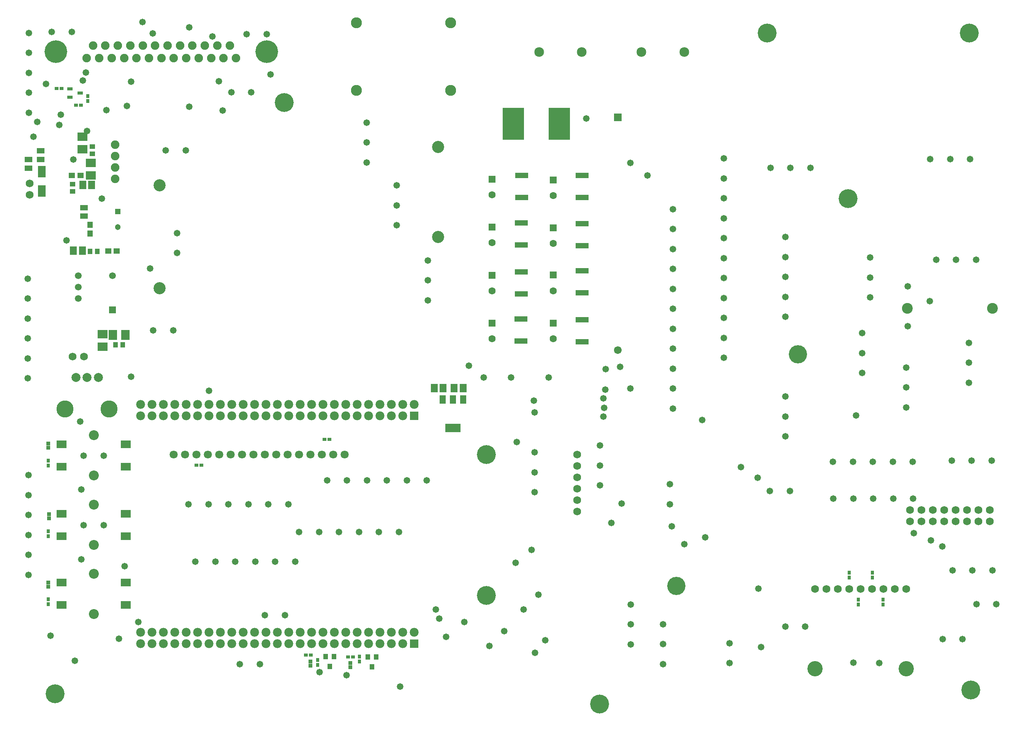
<source format=gts>
G04*
G04 #@! TF.GenerationSoftware,Altium Limited,Altium Designer,20.2.4 (192)*
G04*
G04 Layer_Color=8388736*
%FSLAX24Y24*%
%MOIN*%
G70*
G04*
G04 #@! TF.SameCoordinates,88804F16-18CD-4051-863E-DBC97BB31399*
G04*
G04*
G04 #@! TF.FilePolarity,Negative*
G04*
G01*
G75*
%ADD38R,0.0710X0.1045*%
%ADD39R,0.0651X0.0474*%
%ADD40R,0.0395X0.0474*%
%ADD41R,0.0332X0.0336*%
%ADD42R,0.0891X0.0718*%
%ADD43R,0.0316X0.0356*%
%ADD44R,0.0434X0.0474*%
%ADD45R,0.0718X0.0891*%
%ADD46R,0.0647X0.0734*%
%ADD47R,0.0552X0.0493*%
%ADD48R,0.0493X0.0552*%
%ADD49R,0.0356X0.0316*%
%ADD50R,0.0474X0.0316*%
%ADD51R,0.0415X0.0513*%
%ADD52R,0.0474X0.0434*%
%ADD53R,0.0474X0.0395*%
%ADD54R,0.0867X0.0671*%
%ADD55R,0.1340X0.0769*%
%ADD56R,0.0552X0.0769*%
%ADD57R,0.1143X0.0493*%
%ADD58R,0.1852X0.2836*%
%ADD59C,0.1600*%
%ADD60C,0.0690*%
%ADD61C,0.0946*%
%ADD62R,0.0592X0.0592*%
%ADD63C,0.0631*%
%ADD64R,0.0592X0.0592*%
%ADD65C,0.0592*%
%ADD66C,0.0710*%
%ADD67C,0.1340*%
%ADD68C,0.0848*%
%ADD69C,0.1655*%
%ADD70C,0.0749*%
%ADD71C,0.1987*%
%ADD72C,0.0966*%
%ADD73R,0.0780X0.0780*%
%ADD74C,0.0780*%
%ADD75R,0.0513X0.0513*%
%ADD76C,0.0513*%
%ADD77C,0.0789*%
%ADD78C,0.1497*%
%ADD79C,0.0867*%
%ADD80R,0.0676X0.0676*%
%ADD81C,0.0676*%
%ADD82C,0.1064*%
%ADD83C,0.0580*%
D38*
X1761Y48847D02*
D03*
Y47154D02*
D03*
D39*
X579Y49154D02*
D03*
Y49902D02*
D03*
X1654Y49921D02*
D03*
Y50669D02*
D03*
X5443Y45679D02*
D03*
Y44931D02*
D03*
D40*
X5996Y41855D02*
D03*
X6626D02*
D03*
D41*
X25321Y5486D02*
D03*
Y5850D02*
D03*
X28821Y5340D02*
D03*
Y5704D02*
D03*
X2321Y24964D02*
D03*
Y24600D02*
D03*
X2371Y18764D02*
D03*
Y18400D02*
D03*
X2321Y12764D02*
D03*
Y12400D02*
D03*
D42*
X7078Y33484D02*
D03*
Y34586D02*
D03*
X5331Y51902D02*
D03*
Y50800D02*
D03*
X6035Y48500D02*
D03*
Y49602D02*
D03*
D43*
X73386Y10846D02*
D03*
Y11280D02*
D03*
X72598Y13209D02*
D03*
Y13642D02*
D03*
X74606D02*
D03*
Y13209D02*
D03*
X75551Y10846D02*
D03*
Y11280D02*
D03*
X25945Y5967D02*
D03*
Y5533D02*
D03*
X5771Y55033D02*
D03*
Y55467D02*
D03*
X2321Y23033D02*
D03*
Y23467D02*
D03*
Y16833D02*
D03*
Y17267D02*
D03*
Y10883D02*
D03*
Y11317D02*
D03*
X29621Y6267D02*
D03*
Y5833D02*
D03*
D44*
X8209Y33647D02*
D03*
X8839D02*
D03*
D45*
X9085Y34498D02*
D03*
X7982D02*
D03*
D46*
X4528Y41919D02*
D03*
X5307D02*
D03*
X6114Y47674D02*
D03*
X5335D02*
D03*
X36951Y29850D02*
D03*
X36171D02*
D03*
X37921D02*
D03*
X38701D02*
D03*
D47*
X7579Y41890D02*
D03*
X8327D02*
D03*
X4387Y48515D02*
D03*
X5135D02*
D03*
D48*
X5974Y44163D02*
D03*
Y43415D02*
D03*
D49*
X3488Y56150D02*
D03*
X3055D02*
D03*
X25338Y6406D02*
D03*
X24905D02*
D03*
X15738Y23069D02*
D03*
X15305D02*
D03*
X29038Y6250D02*
D03*
X28605D02*
D03*
X26988Y25350D02*
D03*
X26555D02*
D03*
X4755Y54688D02*
D03*
X5188D02*
D03*
D50*
X5121Y55750D02*
D03*
X4216Y56124D02*
D03*
Y55376D02*
D03*
D51*
X27393Y6283D02*
D03*
X26645D02*
D03*
X27019Y5417D02*
D03*
X30721Y5367D02*
D03*
X30347Y6233D02*
D03*
X31095D02*
D03*
D52*
X6181Y51030D02*
D03*
Y50400D02*
D03*
D53*
X4435Y47120D02*
D03*
Y47750D02*
D03*
D54*
X9121Y22950D02*
D03*
X3491D02*
D03*
X9121Y24918D02*
D03*
X3491D02*
D03*
X9121Y16850D02*
D03*
X3491D02*
D03*
X9121Y18819D02*
D03*
X3491D02*
D03*
X9121Y10800D02*
D03*
X3491D02*
D03*
X9121Y12768D02*
D03*
X3491D02*
D03*
D55*
X37821Y26350D02*
D03*
D56*
X36916Y28830D02*
D03*
X37821D02*
D03*
X38727D02*
D03*
D57*
X43859Y48515D02*
D03*
Y46586D02*
D03*
X49160Y48511D02*
D03*
Y46582D02*
D03*
X43809Y44332D02*
D03*
Y42402D02*
D03*
X49160Y44266D02*
D03*
Y42336D02*
D03*
X43809Y40037D02*
D03*
Y38108D02*
D03*
X49160Y40148D02*
D03*
Y38219D02*
D03*
X43798Y35923D02*
D03*
Y33994D02*
D03*
X49160Y35855D02*
D03*
Y33926D02*
D03*
D58*
X47146Y53051D02*
D03*
X43130D02*
D03*
D59*
X57425Y12479D02*
D03*
X68095Y32799D02*
D03*
D60*
X669Y47811D02*
D03*
Y46811D02*
D03*
X82929Y18134D02*
D03*
Y19134D02*
D03*
X83929Y18134D02*
D03*
Y19134D02*
D03*
X84929Y18134D02*
D03*
Y19134D02*
D03*
X81929Y18134D02*
D03*
Y19134D02*
D03*
X79929D02*
D03*
Y18134D02*
D03*
X78929Y19134D02*
D03*
Y18134D02*
D03*
X77929Y19134D02*
D03*
Y18134D02*
D03*
X80929Y19134D02*
D03*
Y18134D02*
D03*
X48721Y24000D02*
D03*
Y23000D02*
D03*
Y22000D02*
D03*
Y21000D02*
D03*
Y20000D02*
D03*
Y19000D02*
D03*
X69588Y12200D02*
D03*
X70588D02*
D03*
X71588D02*
D03*
X72588D02*
D03*
X73588D02*
D03*
X74588D02*
D03*
X75588D02*
D03*
X76588D02*
D03*
X77588D02*
D03*
X5459Y32618D02*
D03*
X4459D02*
D03*
D61*
X85165Y36850D02*
D03*
X77693D02*
D03*
D62*
X41248Y35544D02*
D03*
X46621Y35555D02*
D03*
X41259Y39758D02*
D03*
X46621Y39769D02*
D03*
X41259Y43982D02*
D03*
X46621Y43914D02*
D03*
X41259Y48186D02*
D03*
X46621Y48119D02*
D03*
D63*
X41248Y34166D02*
D03*
X46621Y34177D02*
D03*
X41259Y38380D02*
D03*
X46621Y38391D02*
D03*
X41259Y42604D02*
D03*
X46621Y42536D02*
D03*
X41259Y46808D02*
D03*
X46621Y46741D02*
D03*
D64*
X7943Y36715D02*
D03*
D65*
Y39715D02*
D03*
X4943D02*
D03*
Y38715D02*
D03*
Y37715D02*
D03*
D66*
X28321Y24019D02*
D03*
X27321D02*
D03*
X26321D02*
D03*
X25321D02*
D03*
X24321D02*
D03*
X23321D02*
D03*
X22321D02*
D03*
X21321D02*
D03*
X20321D02*
D03*
X19321D02*
D03*
X18321D02*
D03*
X17321D02*
D03*
X16321D02*
D03*
X15321D02*
D03*
X14321D02*
D03*
X13321D02*
D03*
D67*
X69588Y5200D02*
D03*
X77588D02*
D03*
D68*
X49121Y59350D02*
D03*
X45373D02*
D03*
X58111D02*
D03*
X54363D02*
D03*
D69*
X72491Y46467D02*
D03*
X83121Y61000D02*
D03*
X65371D02*
D03*
X83257Y3351D02*
D03*
X23021Y54900D02*
D03*
X50671Y2100D02*
D03*
X40762Y24019D02*
D03*
Y11656D02*
D03*
X2921Y3000D02*
D03*
D70*
X18781Y58803D02*
D03*
X17691D02*
D03*
X16600D02*
D03*
X15510D02*
D03*
X14419D02*
D03*
X13329D02*
D03*
X12238D02*
D03*
X11148D02*
D03*
X10057D02*
D03*
X8967D02*
D03*
X7876D02*
D03*
X6785D02*
D03*
X5695D02*
D03*
X18236Y59921D02*
D03*
X17146D02*
D03*
X16055D02*
D03*
X14965D02*
D03*
X13874D02*
D03*
X12783D02*
D03*
X11693D02*
D03*
X10602D02*
D03*
X9512D02*
D03*
X8421D02*
D03*
X7331D02*
D03*
X6240D02*
D03*
X8185Y51200D02*
D03*
Y50200D02*
D03*
Y49200D02*
D03*
Y48200D02*
D03*
D71*
X21498Y59362D02*
D03*
X2978D02*
D03*
D72*
X29354Y55994D02*
D03*
Y61900D02*
D03*
X37621D02*
D03*
Y55994D02*
D03*
D73*
X34421Y27400D02*
D03*
Y7400D02*
D03*
D74*
Y28400D02*
D03*
X33421Y27400D02*
D03*
Y28400D02*
D03*
X32421Y27400D02*
D03*
Y28400D02*
D03*
X31421Y27400D02*
D03*
Y28400D02*
D03*
X30421Y27400D02*
D03*
Y28400D02*
D03*
X29421Y27400D02*
D03*
Y28400D02*
D03*
X28421Y27400D02*
D03*
Y28400D02*
D03*
X27421Y27400D02*
D03*
Y28400D02*
D03*
X26421Y27400D02*
D03*
Y28400D02*
D03*
X25421Y27400D02*
D03*
Y28400D02*
D03*
X24421Y27400D02*
D03*
Y28400D02*
D03*
X23421Y27400D02*
D03*
Y28400D02*
D03*
X22421Y27400D02*
D03*
Y28400D02*
D03*
X21421Y27400D02*
D03*
Y28400D02*
D03*
X20421Y27400D02*
D03*
Y28400D02*
D03*
X19421Y27400D02*
D03*
Y28400D02*
D03*
X18421Y27400D02*
D03*
Y28400D02*
D03*
X17421Y27400D02*
D03*
Y28400D02*
D03*
X16421Y27400D02*
D03*
Y28400D02*
D03*
X15421Y27400D02*
D03*
Y28400D02*
D03*
X14421Y27400D02*
D03*
Y28400D02*
D03*
X13421Y27400D02*
D03*
Y28400D02*
D03*
X12421Y27400D02*
D03*
Y28400D02*
D03*
X11421Y27400D02*
D03*
Y28400D02*
D03*
X10421Y27400D02*
D03*
Y28400D02*
D03*
Y8400D02*
D03*
Y7400D02*
D03*
X11421Y8400D02*
D03*
Y7400D02*
D03*
X12421Y8400D02*
D03*
Y7400D02*
D03*
X13421Y8400D02*
D03*
Y7400D02*
D03*
X14421Y8400D02*
D03*
Y7400D02*
D03*
X15421Y8400D02*
D03*
Y7400D02*
D03*
X16421Y8400D02*
D03*
Y7400D02*
D03*
X17421Y8400D02*
D03*
Y7400D02*
D03*
X18421Y8400D02*
D03*
Y7400D02*
D03*
X19421Y8400D02*
D03*
Y7400D02*
D03*
X20421Y8400D02*
D03*
Y7400D02*
D03*
X21421Y8400D02*
D03*
Y7400D02*
D03*
X22421Y8400D02*
D03*
Y7400D02*
D03*
X23421Y8400D02*
D03*
Y7400D02*
D03*
X24421Y8400D02*
D03*
Y7400D02*
D03*
X25421Y8400D02*
D03*
Y7400D02*
D03*
X26421Y8400D02*
D03*
Y7400D02*
D03*
X27421Y8400D02*
D03*
Y7400D02*
D03*
X28421Y8400D02*
D03*
Y7400D02*
D03*
X29421Y8400D02*
D03*
Y7400D02*
D03*
X30421Y8400D02*
D03*
Y7400D02*
D03*
X31421Y8400D02*
D03*
Y7400D02*
D03*
X32421Y8400D02*
D03*
Y7400D02*
D03*
X33421Y8400D02*
D03*
Y7400D02*
D03*
X34421Y8400D02*
D03*
D75*
X8418Y45354D02*
D03*
D76*
Y43976D02*
D03*
D77*
X6706Y30767D02*
D03*
X5721D02*
D03*
X4737D02*
D03*
D78*
X7650Y28011D02*
D03*
X3792D02*
D03*
D79*
X6306Y25706D02*
D03*
Y22163D02*
D03*
Y19606D02*
D03*
Y16063D02*
D03*
Y13556D02*
D03*
Y10013D02*
D03*
D80*
X52283Y53606D02*
D03*
D81*
Y33189D02*
D03*
D82*
X36516Y43122D02*
D03*
Y50996D02*
D03*
X12071Y47650D02*
D03*
Y38595D02*
D03*
D83*
X69173Y49173D02*
D03*
X67423D02*
D03*
X65673D02*
D03*
X80201Y41102D02*
D03*
X81951D02*
D03*
X83701D02*
D03*
X74409Y41295D02*
D03*
Y39545D02*
D03*
Y37795D02*
D03*
X83071Y33815D02*
D03*
Y32065D02*
D03*
Y30315D02*
D03*
X77598Y31650D02*
D03*
Y29900D02*
D03*
Y28150D02*
D03*
X77717Y38776D02*
D03*
X79646Y37480D02*
D03*
X77717Y35276D02*
D03*
X79689Y49961D02*
D03*
X81439D02*
D03*
X83189D02*
D03*
X32874Y44134D02*
D03*
Y45884D02*
D03*
Y47634D02*
D03*
X30236Y49646D02*
D03*
Y51396D02*
D03*
Y53146D02*
D03*
X35630Y37559D02*
D03*
Y39309D02*
D03*
Y41059D02*
D03*
X630Y61024D02*
D03*
Y59274D02*
D03*
Y57524D02*
D03*
Y55774D02*
D03*
Y54024D02*
D03*
X512Y39449D02*
D03*
Y37699D02*
D03*
Y35949D02*
D03*
Y34199D02*
D03*
Y30699D02*
D03*
Y32449D02*
D03*
X591Y22205D02*
D03*
Y20455D02*
D03*
Y18705D02*
D03*
Y16955D02*
D03*
Y13455D02*
D03*
Y15205D02*
D03*
X2520Y8110D02*
D03*
X4646Y5906D02*
D03*
X17283Y56772D02*
D03*
X21811Y57362D02*
D03*
X14685Y61496D02*
D03*
X9567Y56732D02*
D03*
X14685Y54528D02*
D03*
X10591Y61968D02*
D03*
X5630Y57559D02*
D03*
X5354Y56850D02*
D03*
X83746Y10866D02*
D03*
X85496D02*
D03*
X81642Y13848D02*
D03*
X83392D02*
D03*
X85142D02*
D03*
X78189Y20148D02*
D03*
X71189D02*
D03*
X72939D02*
D03*
X74689D02*
D03*
X76439D02*
D03*
X78150Y23386D02*
D03*
X71150D02*
D03*
X72900D02*
D03*
X74650D02*
D03*
X76400D02*
D03*
X81573Y23484D02*
D03*
X83323D02*
D03*
X85073D02*
D03*
X73189Y27441D02*
D03*
X79744Y16467D02*
D03*
X80748Y15945D02*
D03*
X78248Y17112D02*
D03*
X52470Y31722D02*
D03*
X51211Y31516D02*
D03*
X51179Y29700D02*
D03*
X65621Y20800D02*
D03*
X64557Y21988D02*
D03*
X63091Y22913D02*
D03*
X67371Y20800D02*
D03*
X59675Y27028D02*
D03*
X53386Y29813D02*
D03*
X46221Y30767D02*
D03*
X39221Y31800D02*
D03*
X42921Y30767D02*
D03*
X40521D02*
D03*
X9596Y30846D02*
D03*
X44729Y15642D02*
D03*
X43321Y14500D02*
D03*
X38821Y9300D02*
D03*
X54871Y48500D02*
D03*
X53371Y49600D02*
D03*
X56845Y19650D02*
D03*
Y21400D02*
D03*
X57021Y17700D02*
D03*
X42321Y8500D02*
D03*
X41021Y7200D02*
D03*
X80771Y7800D02*
D03*
X82521D02*
D03*
X66971Y8900D02*
D03*
X68721D02*
D03*
X75221Y5700D02*
D03*
X72953Y5748D02*
D03*
X37221Y8000D02*
D03*
X23071Y9900D02*
D03*
X21321D02*
D03*
X20871Y5600D02*
D03*
X19121D02*
D03*
X10221Y9300D02*
D03*
X9021Y14200D02*
D03*
X11250Y40344D02*
D03*
X3921Y42800D02*
D03*
X4521Y49900D02*
D03*
X5721Y52400D02*
D03*
X11496Y60984D02*
D03*
X16721Y60700D02*
D03*
X13621Y41700D02*
D03*
Y43450D02*
D03*
X11521Y34900D02*
D03*
X13271D02*
D03*
X16421Y29600D02*
D03*
X5421Y17800D02*
D03*
X7171D02*
D03*
X5421Y23900D02*
D03*
X7171D02*
D03*
X7019Y46491D02*
D03*
X14371Y50700D02*
D03*
X12621D02*
D03*
X9221Y54600D02*
D03*
X18371Y55800D02*
D03*
X20121D02*
D03*
X4371Y61100D02*
D03*
X2621D02*
D03*
X21471Y60900D02*
D03*
X19721D02*
D03*
X17621Y54200D02*
D03*
X36321Y10400D02*
D03*
X44021D02*
D03*
X36621Y9600D02*
D03*
X26121Y4900D02*
D03*
X62071Y5700D02*
D03*
Y7450D02*
D03*
X64833Y7106D02*
D03*
X58110Y16142D02*
D03*
X64606Y12234D02*
D03*
X59961Y16732D02*
D03*
X66971Y27350D02*
D03*
Y29100D02*
D03*
X73704Y31165D02*
D03*
Y32915D02*
D03*
Y34665D02*
D03*
X66971Y36100D02*
D03*
Y37850D02*
D03*
Y39600D02*
D03*
Y41350D02*
D03*
Y43100D02*
D03*
Y25600D02*
D03*
X61571Y34250D02*
D03*
Y36000D02*
D03*
Y37750D02*
D03*
Y39500D02*
D03*
Y41250D02*
D03*
Y43000D02*
D03*
Y44750D02*
D03*
Y46500D02*
D03*
Y48250D02*
D03*
Y50000D02*
D03*
Y32500D02*
D03*
X49521Y53500D02*
D03*
X56245Y9118D02*
D03*
Y7368D02*
D03*
Y5618D02*
D03*
X53421Y10850D02*
D03*
Y9100D02*
D03*
Y7350D02*
D03*
X33171Y3650D02*
D03*
X45021Y6600D02*
D03*
X57121Y28050D02*
D03*
X51021Y27350D02*
D03*
X51071Y28100D02*
D03*
X51021Y28950D02*
D03*
X44921Y28750D02*
D03*
X45921Y7700D02*
D03*
X45321Y11700D02*
D03*
X51721Y18000D02*
D03*
X52621Y19700D02*
D03*
X50721Y21300D02*
D03*
Y23050D02*
D03*
Y24800D02*
D03*
X44971Y22450D02*
D03*
Y20700D02*
D03*
Y24200D02*
D03*
X43421Y25100D02*
D03*
X44971Y27700D02*
D03*
X28521Y21750D02*
D03*
X26771D02*
D03*
X30271D02*
D03*
X32021D02*
D03*
X33771D02*
D03*
X35521D02*
D03*
X16971Y14600D02*
D03*
X15221D02*
D03*
X18721D02*
D03*
X20471D02*
D03*
X22221D02*
D03*
X23971D02*
D03*
X26071Y17200D02*
D03*
X24321D02*
D03*
X27821D02*
D03*
X29571D02*
D03*
X31321D02*
D03*
X33071D02*
D03*
X16371Y19650D02*
D03*
X14621D02*
D03*
X18121D02*
D03*
X19871D02*
D03*
X21621D02*
D03*
X23371D02*
D03*
X5121Y26900D02*
D03*
X5221Y20950D02*
D03*
Y14800D02*
D03*
X8521Y7850D02*
D03*
X57121Y45550D02*
D03*
Y43800D02*
D03*
Y42050D02*
D03*
Y40300D02*
D03*
Y38550D02*
D03*
Y36800D02*
D03*
Y35050D02*
D03*
Y33300D02*
D03*
Y31550D02*
D03*
Y29800D02*
D03*
X28471Y4650D02*
D03*
X1347Y53226D02*
D03*
X3421Y53850D02*
D03*
X1021Y51900D02*
D03*
X3271Y52950D02*
D03*
X7421Y54250D02*
D03*
X2121Y56550D02*
D03*
M02*

</source>
